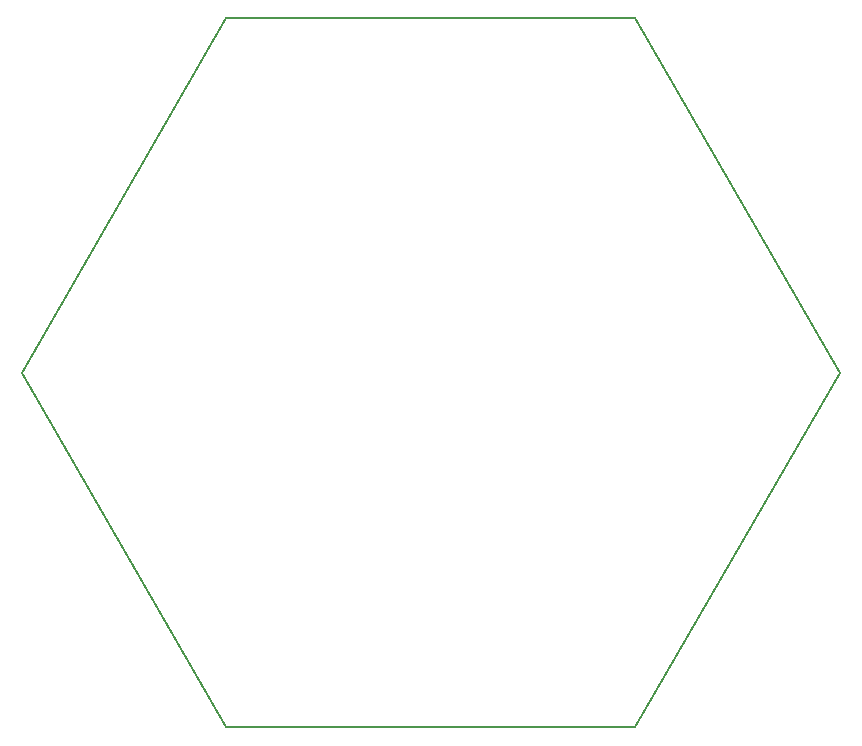
<source format=gbr>
%TF.GenerationSoftware,KiCad,Pcbnew,8.0.8*%
%TF.CreationDate,2025-02-21T18:34:30-05:00*%
%TF.ProjectId,pcb_tile_game,7063625f-7469-46c6-955f-67616d652e6b,0.1*%
%TF.SameCoordinates,Original*%
%TF.FileFunction,Profile,NP*%
%FSLAX46Y46*%
G04 Gerber Fmt 4.6, Leading zero omitted, Abs format (unit mm)*
G04 Created by KiCad (PCBNEW 8.0.8) date 2025-02-21 18:34:30*
%MOMM*%
%LPD*%
G01*
G04 APERTURE LIST*
%TA.AperFunction,Profile*%
%ADD10C,0.200000*%
%TD*%
G04 APERTURE END LIST*
D10*
X122739492Y-110000000D02*
X157380508Y-110000000D01*
X157380508Y-110000000D02*
X174701016Y-80000000D01*
X174701016Y-80000000D02*
X157380508Y-50000000D01*
X122739492Y-50000000D02*
X105418984Y-80000000D01*
X105418984Y-80000000D02*
X122739492Y-110000000D01*
X157380508Y-50000000D02*
X122739492Y-50000000D01*
M02*

</source>
